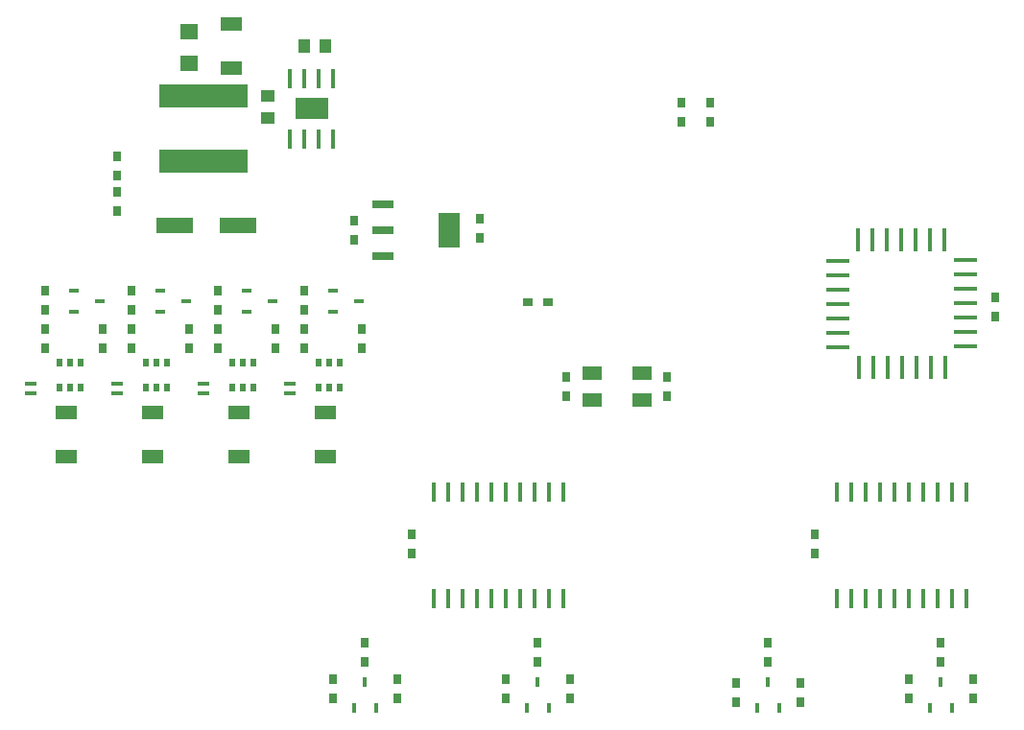
<source format=gtp>
G04 DipTrace 2.3.1.0*
%INuCANHub_TopPaste.gtp*%
%MOIN*%
%ADD51R,0.0669X0.0472*%
%ADD53R,0.0197X0.0315*%
%ADD55R,0.3071X0.0787*%
%ADD57R,0.0421X0.0171*%
%ADD63R,0.0551X0.0039*%
%ADD65R,0.0039X0.0551*%
%ADD67R,0.1181X0.0748*%
%ADD69R,0.0157X0.0709*%
%ADD71R,0.0335X0.0177*%
%ADD73R,0.0768X0.1201*%
%ADD75R,0.0768X0.0295*%
%ADD77R,0.0787X0.0157*%
%ADD79R,0.0157X0.0787*%
%ADD81R,0.0748X0.0472*%
%ADD83R,0.0177X0.0335*%
%ADD87R,0.0354X0.0315*%
%ADD89R,0.0512X0.0433*%
%ADD91R,0.1299X0.0551*%
%ADD93R,0.0433X0.0512*%
%ADD95R,0.063X0.0551*%
%ADD97R,0.0315X0.0354*%
%FSLAX44Y44*%
G04*
G70*
G90*
G75*
G01*
%LNTopPaste*%
%LPD*%
D97*
X23062Y13187D3*
Y12518D3*
X17062Y13187D3*
Y12518D3*
X37062Y13187D3*
Y12518D3*
X31062Y13187D3*
Y12518D3*
X18687Y16312D3*
Y16981D3*
X32687Y16312D3*
Y16981D3*
D95*
X10937Y33335D3*
Y34437D3*
D93*
X14937Y33937D3*
X15685D3*
D91*
X10437Y27687D3*
X12642D3*
D89*
X13687Y31437D3*
Y32185D3*
D97*
X16687Y27187D3*
Y27856D3*
X21062Y27267D3*
Y27937D3*
X27562Y22437D3*
Y21768D3*
X24062Y21767D3*
Y22437D3*
D87*
X23397Y25022D3*
X22728D3*
D97*
X38937Y24517D3*
Y25187D3*
D83*
X22687Y10937D3*
X23435D3*
X23061Y11843D3*
X16687Y10937D3*
X17435D3*
X17061Y11843D3*
X36687Y10937D3*
X37435D3*
X37061Y11843D3*
X30687Y10937D3*
X31435D3*
X31061Y11843D3*
D81*
X12419Y34705D3*
Y33169D3*
X6687Y21187D3*
Y19652D3*
X9687Y21187D3*
Y19652D3*
X12687Y21187D3*
Y19652D3*
X15687Y21187D3*
Y19652D3*
D79*
X37187Y27187D3*
X36687D3*
X36187D3*
X35687D3*
X35187D3*
X34687D3*
X34187D3*
D77*
X33487Y26477D3*
Y25977D3*
Y25477D3*
Y24977D3*
Y24477D3*
Y23977D3*
Y23477D3*
D79*
X34197Y22778D3*
X34697D3*
X35197D3*
X35697D3*
X36197D3*
X36697D3*
X37197D3*
D77*
X37897Y23487D3*
Y23987D3*
Y24487D3*
Y24987D3*
Y25487D3*
Y25987D3*
Y26487D3*
D75*
X17687Y28437D3*
Y27531D3*
Y26626D3*
D73*
X19970Y27531D3*
D71*
X6937Y25437D3*
Y24689D3*
X7843Y25063D3*
X9937Y25437D3*
Y24689D3*
X10843Y25063D3*
X12937Y25437D3*
Y24689D3*
X13843Y25063D3*
X15937Y25437D3*
Y24689D3*
X16843Y25063D3*
D69*
X14437Y30687D3*
X14937D3*
X15437D3*
X15937D3*
Y32813D3*
X15437D3*
X14937D3*
X14437D3*
D67*
X15226Y31750D3*
D69*
X23937Y18437D3*
X23437D3*
X22937D3*
X22437D3*
X21937D3*
X21437D3*
X20937D3*
X20437D3*
X19937D3*
X19437D3*
Y14736D3*
X19937D3*
X20437D3*
X20937D3*
X21437D3*
X21937D3*
X22437D3*
X22937D3*
X23437D3*
X23937D3*
D65*
X24772Y23380D3*
X24969D3*
X25165D3*
X25362D3*
X25559D3*
X25756D3*
X25953D3*
X26150D3*
X26346D3*
X26543D3*
X26740D3*
X26937D3*
D63*
X27508Y23951D3*
Y24148D3*
Y24344D3*
Y24541D3*
Y24738D3*
Y24935D3*
Y25132D3*
Y25329D3*
Y25526D3*
Y25722D3*
Y25919D3*
Y26116D3*
D65*
X26937Y26687D3*
X26740D3*
X26543D3*
X26346D3*
X26150D3*
X25953D3*
X25756D3*
X25559D3*
X25362D3*
X25165D3*
X24969D3*
X24772D3*
D63*
X24201Y26116D3*
Y25919D3*
Y25722D3*
Y25526D3*
Y25329D3*
Y25132D3*
Y24935D3*
Y24738D3*
Y24541D3*
Y24344D3*
Y24148D3*
Y23951D3*
D69*
X37937Y18437D3*
X37437D3*
X36937D3*
X36437D3*
X35937D3*
X35437D3*
X34937D3*
X34437D3*
X33937D3*
X33437D3*
Y14736D3*
X33937D3*
X34437D3*
X34937D3*
X35437D3*
X35937D3*
X36437D3*
X36937D3*
X37437D3*
X37937D3*
D57*
X5437Y22187D3*
Y21867D3*
X8437Y22187D3*
Y21867D3*
X11437Y22187D3*
Y21867D3*
X14437Y22187D3*
Y21867D3*
D55*
X11437Y32187D3*
Y29943D3*
D53*
X7187Y22937D3*
X6813D3*
X6439D3*
Y22071D3*
X6813D3*
X7187D3*
X10187Y22937D3*
X9813D3*
X9439D3*
Y22071D3*
X9813D3*
X10187D3*
X13187Y22937D3*
X12813D3*
X12439D3*
Y22071D3*
X12813D3*
X13187D3*
X16187Y22937D3*
X15813D3*
X15439D3*
Y22071D3*
X15813D3*
X16187D3*
D97*
X24187Y11937D3*
Y11268D3*
X21937Y11937D3*
Y11268D3*
X18187Y11937D3*
Y11268D3*
X15937Y11937D3*
Y11268D3*
X38187Y11937D3*
Y11268D3*
X35937Y11937D3*
Y11268D3*
X32187Y11812D3*
Y11143D3*
X29937Y11812D3*
Y11143D3*
X5937Y25437D3*
Y24768D3*
X8937Y25437D3*
Y24768D3*
X11937Y25437D3*
Y24768D3*
X14937Y25437D3*
Y24768D3*
X7937Y23437D3*
Y24106D3*
X10937Y23437D3*
Y24106D3*
X13937Y23437D3*
Y24106D3*
X16937Y23437D3*
Y24106D3*
X5937Y23437D3*
Y24106D3*
X8937Y23437D3*
Y24106D3*
X11937Y23437D3*
Y24106D3*
X14937Y23437D3*
Y24106D3*
X8437Y29437D3*
Y30106D3*
Y28187D3*
Y28856D3*
X29062Y31312D3*
Y31981D3*
X28062Y31312D3*
Y31981D3*
D51*
X24955Y21617D3*
X26687D3*
Y22562D3*
X24955D3*
M02*

</source>
